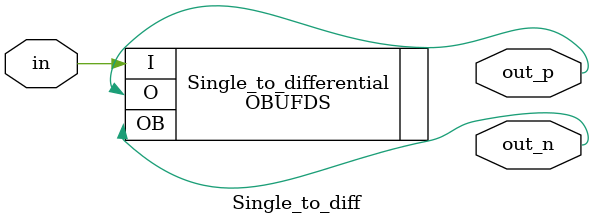
<source format=v>
`timescale 1ns / 1ps


module Single_to_diff(
    input in,
    output out_p,
    output out_n
    );
    
    wire out_p;
    wire out_n;
     OBUFDS #(
                .IOSTANDARD("LVDS_25"), // Specify the output I/O standard
                .SLEW("FAST")           // Specify the output slew rate
             ) Single_to_differential (
                .O(out_p),     // Diff_p output (connect directly to top-level port)
                .OB(out_n),   // Diff_n output (connect directly to top-level port)
                .I(in)      // Buffer input 
             );
endmodule

</source>
